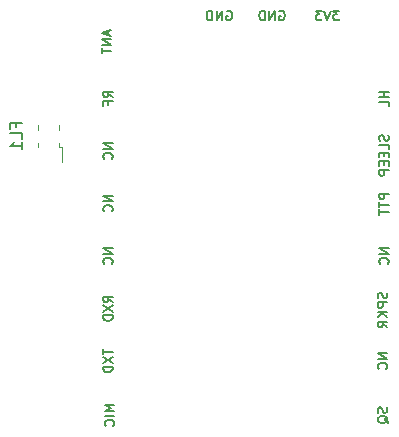
<source format=gbo>
%TF.GenerationSoftware,KiCad,Pcbnew,(6.0.0)*%
%TF.CreationDate,2021-12-26T21:14:17+01:00*%
%TF.ProjectId,TRX_Board,5452585f-426f-4617-9264-2e6b69636164,V 1.0*%
%TF.SameCoordinates,Original*%
%TF.FileFunction,Legend,Bot*%
%TF.FilePolarity,Positive*%
%FSLAX46Y46*%
G04 Gerber Fmt 4.6, Leading zero omitted, Abs format (unit mm)*
G04 Created by KiCad (PCBNEW (6.0.0)) date 2021-12-26 21:14:17*
%MOMM*%
%LPD*%
G01*
G04 APERTURE LIST*
%ADD10C,0.152400*%
%ADD11C,0.150000*%
%ADD12C,0.120000*%
G04 APERTURE END LIST*
D10*
X115324466Y-68159085D02*
X115324466Y-68546133D01*
X115556695Y-68081676D02*
X114743895Y-68352609D01*
X115556695Y-68623542D01*
X115556695Y-68894476D02*
X114743895Y-68894476D01*
X115556695Y-69358933D01*
X114743895Y-69358933D01*
X114743895Y-69629866D02*
X114743895Y-70094323D01*
X115556695Y-69862095D02*
X114743895Y-69862095D01*
X139051695Y-73352780D02*
X138238895Y-73352780D01*
X138625942Y-73352780D02*
X138625942Y-73817238D01*
X139051695Y-73817238D02*
X138238895Y-73817238D01*
X139051695Y-74591333D02*
X139051695Y-74204285D01*
X138238895Y-74204285D01*
X139012990Y-77036990D02*
X139051695Y-77153104D01*
X139051695Y-77346628D01*
X139012990Y-77424038D01*
X138974285Y-77462742D01*
X138896876Y-77501447D01*
X138819466Y-77501447D01*
X138742057Y-77462742D01*
X138703352Y-77424038D01*
X138664647Y-77346628D01*
X138625942Y-77191809D01*
X138587238Y-77114400D01*
X138548533Y-77075695D01*
X138471123Y-77036990D01*
X138393714Y-77036990D01*
X138316304Y-77075695D01*
X138277600Y-77114400D01*
X138238895Y-77191809D01*
X138238895Y-77385333D01*
X138277600Y-77501447D01*
X139051695Y-78236838D02*
X139051695Y-77849790D01*
X138238895Y-77849790D01*
X138625942Y-78507771D02*
X138625942Y-78778704D01*
X139051695Y-78894819D02*
X139051695Y-78507771D01*
X138238895Y-78507771D01*
X138238895Y-78894819D01*
X138625942Y-79243161D02*
X138625942Y-79514095D01*
X139051695Y-79630209D02*
X139051695Y-79243161D01*
X138238895Y-79243161D01*
X138238895Y-79630209D01*
X139051695Y-79978552D02*
X138238895Y-79978552D01*
X138238895Y-80288190D01*
X138277600Y-80365600D01*
X138316304Y-80404304D01*
X138393714Y-80443009D01*
X138509828Y-80443009D01*
X138587238Y-80404304D01*
X138625942Y-80365600D01*
X138664647Y-80288190D01*
X138664647Y-79978552D01*
X139051695Y-81971847D02*
X138238895Y-81971847D01*
X138238895Y-82281485D01*
X138277600Y-82358895D01*
X138316304Y-82397600D01*
X138393714Y-82436304D01*
X138509828Y-82436304D01*
X138587238Y-82397600D01*
X138625942Y-82358895D01*
X138664647Y-82281485D01*
X138664647Y-81971847D01*
X138238895Y-82668533D02*
X138238895Y-83132990D01*
X139051695Y-82900761D02*
X138238895Y-82900761D01*
X138238895Y-83287809D02*
X138238895Y-83752266D01*
X139051695Y-83520038D02*
X138238895Y-83520038D01*
X139051695Y-86610371D02*
X138238895Y-86610371D01*
X139051695Y-87074828D01*
X138238895Y-87074828D01*
X138974285Y-87926333D02*
X139012990Y-87887628D01*
X139051695Y-87771514D01*
X139051695Y-87694104D01*
X139012990Y-87577990D01*
X138935580Y-87500580D01*
X138858171Y-87461876D01*
X138703352Y-87423171D01*
X138587238Y-87423171D01*
X138432419Y-87461876D01*
X138355009Y-87500580D01*
X138277600Y-87577990D01*
X138238895Y-87694104D01*
X138238895Y-87771514D01*
X138277600Y-87887628D01*
X138316304Y-87926333D01*
X138885990Y-90369571D02*
X138924695Y-90485685D01*
X138924695Y-90679209D01*
X138885990Y-90756619D01*
X138847285Y-90795323D01*
X138769876Y-90834028D01*
X138692466Y-90834028D01*
X138615057Y-90795323D01*
X138576352Y-90756619D01*
X138537647Y-90679209D01*
X138498942Y-90524390D01*
X138460238Y-90446980D01*
X138421533Y-90408276D01*
X138344123Y-90369571D01*
X138266714Y-90369571D01*
X138189304Y-90408276D01*
X138150600Y-90446980D01*
X138111895Y-90524390D01*
X138111895Y-90717914D01*
X138150600Y-90834028D01*
X138924695Y-91182371D02*
X138111895Y-91182371D01*
X138111895Y-91492009D01*
X138150600Y-91569419D01*
X138189304Y-91608123D01*
X138266714Y-91646828D01*
X138382828Y-91646828D01*
X138460238Y-91608123D01*
X138498942Y-91569419D01*
X138537647Y-91492009D01*
X138537647Y-91182371D01*
X138924695Y-91995171D02*
X138111895Y-91995171D01*
X138924695Y-92459628D02*
X138460238Y-92111285D01*
X138111895Y-92459628D02*
X138576352Y-91995171D01*
X138924695Y-93272428D02*
X138537647Y-93001495D01*
X138924695Y-92807971D02*
X138111895Y-92807971D01*
X138111895Y-93117609D01*
X138150600Y-93195019D01*
X138189304Y-93233723D01*
X138266714Y-93272428D01*
X138382828Y-93272428D01*
X138460238Y-93233723D01*
X138498942Y-93195019D01*
X138537647Y-93117609D01*
X138537647Y-92807971D01*
X138924695Y-95500371D02*
X138111895Y-95500371D01*
X138924695Y-95964828D01*
X138111895Y-95964828D01*
X138847285Y-96816333D02*
X138885990Y-96777628D01*
X138924695Y-96661514D01*
X138924695Y-96584104D01*
X138885990Y-96467990D01*
X138808580Y-96390580D01*
X138731171Y-96351876D01*
X138576352Y-96313171D01*
X138460238Y-96313171D01*
X138305419Y-96351876D01*
X138228009Y-96390580D01*
X138150600Y-96467990D01*
X138111895Y-96584104D01*
X138111895Y-96661514D01*
X138150600Y-96777628D01*
X138189304Y-96816333D01*
X138885990Y-100053019D02*
X138924695Y-100169133D01*
X138924695Y-100362657D01*
X138885990Y-100440066D01*
X138847285Y-100478771D01*
X138769876Y-100517476D01*
X138692466Y-100517476D01*
X138615057Y-100478771D01*
X138576352Y-100440066D01*
X138537647Y-100362657D01*
X138498942Y-100207838D01*
X138460238Y-100130428D01*
X138421533Y-100091723D01*
X138344123Y-100053019D01*
X138266714Y-100053019D01*
X138189304Y-100091723D01*
X138150600Y-100130428D01*
X138111895Y-100207838D01*
X138111895Y-100401361D01*
X138150600Y-100517476D01*
X139002104Y-101407685D02*
X138963400Y-101330276D01*
X138885990Y-101252866D01*
X138769876Y-101136752D01*
X138731171Y-101059342D01*
X138731171Y-100981933D01*
X138924695Y-101020638D02*
X138885990Y-100943228D01*
X138808580Y-100865819D01*
X138653761Y-100827114D01*
X138382828Y-100827114D01*
X138228009Y-100865819D01*
X138150600Y-100943228D01*
X138111895Y-101020638D01*
X138111895Y-101175457D01*
X138150600Y-101252866D01*
X138228009Y-101330276D01*
X138382828Y-101368980D01*
X138653761Y-101368980D01*
X138808580Y-101330276D01*
X138885990Y-101252866D01*
X138924695Y-101175457D01*
X138924695Y-101020638D01*
X115810695Y-99840142D02*
X114997895Y-99840142D01*
X115578466Y-100111076D01*
X114997895Y-100382009D01*
X115810695Y-100382009D01*
X115810695Y-100769057D02*
X114997895Y-100769057D01*
X115733285Y-101620561D02*
X115771990Y-101581857D01*
X115810695Y-101465742D01*
X115810695Y-101388333D01*
X115771990Y-101272219D01*
X115694580Y-101194809D01*
X115617171Y-101156104D01*
X115462352Y-101117400D01*
X115346238Y-101117400D01*
X115191419Y-101156104D01*
X115114009Y-101194809D01*
X115036600Y-101272219D01*
X114997895Y-101388333D01*
X114997895Y-101465742D01*
X115036600Y-101581857D01*
X115075304Y-101620561D01*
X114870895Y-95113323D02*
X114870895Y-95577780D01*
X115683695Y-95345552D02*
X114870895Y-95345552D01*
X114870895Y-95771304D02*
X115683695Y-96313171D01*
X114870895Y-96313171D02*
X115683695Y-95771304D01*
X115683695Y-96622809D02*
X114870895Y-96622809D01*
X114870895Y-96816333D01*
X114909600Y-96932447D01*
X114987009Y-97009857D01*
X115064419Y-97048561D01*
X115219238Y-97087266D01*
X115335352Y-97087266D01*
X115490171Y-97048561D01*
X115567580Y-97009857D01*
X115644990Y-96932447D01*
X115683695Y-96816333D01*
X115683695Y-96622809D01*
X115683695Y-91152133D02*
X115296647Y-90881200D01*
X115683695Y-90687676D02*
X114870895Y-90687676D01*
X114870895Y-90997314D01*
X114909600Y-91074723D01*
X114948304Y-91113428D01*
X115025714Y-91152133D01*
X115141828Y-91152133D01*
X115219238Y-91113428D01*
X115257942Y-91074723D01*
X115296647Y-90997314D01*
X115296647Y-90687676D01*
X114870895Y-91423066D02*
X115683695Y-91964933D01*
X114870895Y-91964933D02*
X115683695Y-91423066D01*
X115683695Y-92274571D02*
X114870895Y-92274571D01*
X114870895Y-92468095D01*
X114909600Y-92584209D01*
X114987009Y-92661619D01*
X115064419Y-92700323D01*
X115219238Y-92739028D01*
X115335352Y-92739028D01*
X115490171Y-92700323D01*
X115567580Y-92661619D01*
X115644990Y-92584209D01*
X115683695Y-92468095D01*
X115683695Y-92274571D01*
X115683695Y-86610371D02*
X114870895Y-86610371D01*
X115683695Y-87074828D01*
X114870895Y-87074828D01*
X115606285Y-87926333D02*
X115644990Y-87887628D01*
X115683695Y-87771514D01*
X115683695Y-87694104D01*
X115644990Y-87577990D01*
X115567580Y-87500580D01*
X115490171Y-87461876D01*
X115335352Y-87423171D01*
X115219238Y-87423171D01*
X115064419Y-87461876D01*
X114987009Y-87500580D01*
X114909600Y-87577990D01*
X114870895Y-87694104D01*
X114870895Y-87771514D01*
X114909600Y-87887628D01*
X114948304Y-87926333D01*
X115683695Y-82165371D02*
X114870895Y-82165371D01*
X115683695Y-82629828D01*
X114870895Y-82629828D01*
X115606285Y-83481333D02*
X115644990Y-83442628D01*
X115683695Y-83326514D01*
X115683695Y-83249104D01*
X115644990Y-83132990D01*
X115567580Y-83055580D01*
X115490171Y-83016876D01*
X115335352Y-82978171D01*
X115219238Y-82978171D01*
X115064419Y-83016876D01*
X114987009Y-83055580D01*
X114909600Y-83132990D01*
X114870895Y-83249104D01*
X114870895Y-83326514D01*
X114909600Y-83442628D01*
X114948304Y-83481333D01*
X115683695Y-77720371D02*
X114870895Y-77720371D01*
X115683695Y-78184828D01*
X114870895Y-78184828D01*
X115606285Y-79036333D02*
X115644990Y-78997628D01*
X115683695Y-78881514D01*
X115683695Y-78804104D01*
X115644990Y-78687990D01*
X115567580Y-78610580D01*
X115490171Y-78571876D01*
X115335352Y-78533171D01*
X115219238Y-78533171D01*
X115064419Y-78571876D01*
X114987009Y-78610580D01*
X114909600Y-78687990D01*
X114870895Y-78804104D01*
X114870895Y-78881514D01*
X114909600Y-78997628D01*
X114948304Y-79036333D01*
X115683695Y-73817238D02*
X115296647Y-73546304D01*
X115683695Y-73352780D02*
X114870895Y-73352780D01*
X114870895Y-73662419D01*
X114909600Y-73739828D01*
X114948304Y-73778533D01*
X115025714Y-73817238D01*
X115141828Y-73817238D01*
X115219238Y-73778533D01*
X115257942Y-73739828D01*
X115296647Y-73662419D01*
X115296647Y-73352780D01*
X115257942Y-74436514D02*
X115257942Y-74165580D01*
X115683695Y-74165580D02*
X114870895Y-74165580D01*
X114870895Y-74552628D01*
X134864323Y-66483895D02*
X134361161Y-66483895D01*
X134632095Y-66793533D01*
X134515980Y-66793533D01*
X134438571Y-66832238D01*
X134399866Y-66870942D01*
X134361161Y-66948352D01*
X134361161Y-67141876D01*
X134399866Y-67219285D01*
X134438571Y-67257990D01*
X134515980Y-67296695D01*
X134748209Y-67296695D01*
X134825619Y-67257990D01*
X134864323Y-67219285D01*
X134128933Y-66483895D02*
X133858000Y-67296695D01*
X133587066Y-66483895D01*
X133393542Y-66483895D02*
X132890380Y-66483895D01*
X133161314Y-66793533D01*
X133045200Y-66793533D01*
X132967790Y-66832238D01*
X132929085Y-66870942D01*
X132890380Y-66948352D01*
X132890380Y-67141876D01*
X132929085Y-67219285D01*
X132967790Y-67257990D01*
X133045200Y-67296695D01*
X133277428Y-67296695D01*
X133354838Y-67257990D01*
X133393542Y-67219285D01*
X129778276Y-66522600D02*
X129855685Y-66483895D01*
X129971800Y-66483895D01*
X130087914Y-66522600D01*
X130165323Y-66600009D01*
X130204028Y-66677419D01*
X130242733Y-66832238D01*
X130242733Y-66948352D01*
X130204028Y-67103171D01*
X130165323Y-67180580D01*
X130087914Y-67257990D01*
X129971800Y-67296695D01*
X129894390Y-67296695D01*
X129778276Y-67257990D01*
X129739571Y-67219285D01*
X129739571Y-66948352D01*
X129894390Y-66948352D01*
X129391228Y-67296695D02*
X129391228Y-66483895D01*
X128926771Y-67296695D01*
X128926771Y-66483895D01*
X128539723Y-67296695D02*
X128539723Y-66483895D01*
X128346200Y-66483895D01*
X128230085Y-66522600D01*
X128152676Y-66600009D01*
X128113971Y-66677419D01*
X128075266Y-66832238D01*
X128075266Y-66948352D01*
X128113971Y-67103171D01*
X128152676Y-67180580D01*
X128230085Y-67257990D01*
X128346200Y-67296695D01*
X128539723Y-67296695D01*
X125333276Y-66522600D02*
X125410685Y-66483895D01*
X125526800Y-66483895D01*
X125642914Y-66522600D01*
X125720323Y-66600009D01*
X125759028Y-66677419D01*
X125797733Y-66832238D01*
X125797733Y-66948352D01*
X125759028Y-67103171D01*
X125720323Y-67180580D01*
X125642914Y-67257990D01*
X125526800Y-67296695D01*
X125449390Y-67296695D01*
X125333276Y-67257990D01*
X125294571Y-67219285D01*
X125294571Y-66948352D01*
X125449390Y-66948352D01*
X124946228Y-67296695D02*
X124946228Y-66483895D01*
X124481771Y-67296695D01*
X124481771Y-66483895D01*
X124094723Y-67296695D02*
X124094723Y-66483895D01*
X123901200Y-66483895D01*
X123785085Y-66522600D01*
X123707676Y-66600009D01*
X123668971Y-66677419D01*
X123630266Y-66832238D01*
X123630266Y-66948352D01*
X123668971Y-67103171D01*
X123707676Y-67180580D01*
X123785085Y-67257990D01*
X123901200Y-67296695D01*
X124094723Y-67296695D01*
D11*
%TO.C,FL1*%
X107497571Y-76350904D02*
X107497571Y-76017571D01*
X108021380Y-76017571D02*
X107021380Y-76017571D01*
X107021380Y-76493761D01*
X108021380Y-77350904D02*
X108021380Y-76874714D01*
X107021380Y-76874714D01*
X108021380Y-78208047D02*
X108021380Y-77636619D01*
X108021380Y-77922333D02*
X107021380Y-77922333D01*
X107164238Y-77827095D01*
X107259476Y-77731857D01*
X107307095Y-77636619D01*
D12*
X111146000Y-78025000D02*
X111146000Y-77685000D01*
X109326000Y-78025000D02*
X109326000Y-77685000D01*
X111146000Y-78025000D02*
X111396000Y-78025000D01*
X109326000Y-76545000D02*
X109326000Y-76205000D01*
X111146000Y-76545000D02*
X111146000Y-76205000D01*
X111396000Y-78025000D02*
X111396000Y-79255000D01*
%TD*%
M02*

</source>
